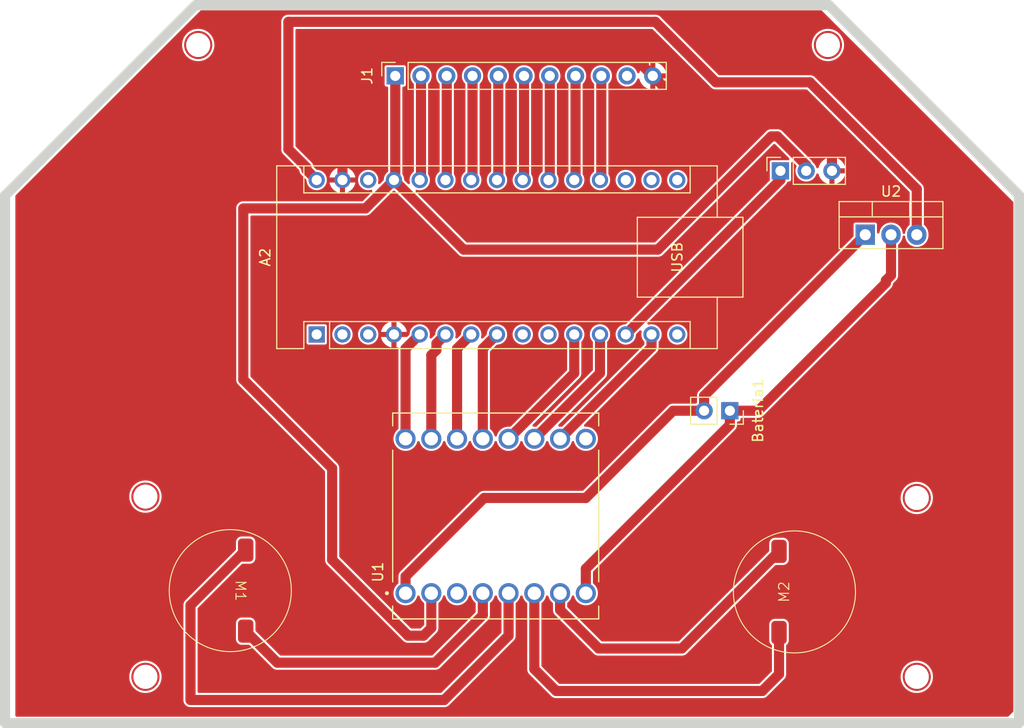
<source format=kicad_pcb>
(kicad_pcb (version 20240108) (generator "pcbnew") (generator_version "8.0")
  (layers (0 "F.Cu" signal) (31 "B.Cu" signal) (34 "B.Paste" user) (35 "F.Paste" user) (36 "B.SilkS" user "B.Silkscreen") (37 "F.SilkS" user "F.Silkscreen") (38 "B.Mask" user) (39 "F.Mask" user) (44 "Edge.Cuts" user))
  (net 0 "")
  (net 1 "Net-(M1--)")
  (net 2 "Net-(M1-+)")
  (net 3 "Net-(M2-+)")
  (net 4 "Net-(M2--)")
  (net 8 "Net-(A2-A1)")
  (net 9 "Net-(A2-A4)")
  (net 11 "Bateria Arduino")
  (net 12 "Net-(A2-A0)")
  (net 13 "Net-(A2-A7)")
  (net 14 "Net-(A2-A6)")
  (net 15 "Net-(A2-A3)")
  (net 16 "Net-(A2-D10)")
  (net 17 "Net-(A2-A5)")
  (net 22 "Net-(A2-D9)")
  (net 24 "Net-(A2-A2)")
  (net 27 "Net-(Bateria1--)")
  (net 28 "Alimentação sensores")
  (net 29 "Net-(Bateria1-+)")
  (net 30 "Net-(A2-D8)")
  (net 33 "Net-(A2-D3)")
  (net 34 "Net-(A2-D4)")
  (net 35 "Net-(A2-D5)")
  (net 36 "Net-(A2-D2)")
  (net 37 "Net-(A2-D11)")
  (net 38 "GND")
  (footprint "ROB_14450:MODULE_ROB-14450" (layer "F.Cu") (at 159.766 134.62 90)
    (property "Reference" "U1" (at -5.5332 -11.6132 270) (layer "F.SilkS"))
    (property "Value" "ROB-14450")
    (fp_line (start 8.89 -10.16) (end 10.16 -10.16) (stroke (width 0.127)) (layer "F.SilkS"))
    (fp_line (start -6.5 -10.16) (end 6.5 -10.16) (stroke (width 0.127)) (layer "F.SilkS"))
    (fp_line (start -8.89 -10.16) (end -10.16 -10.16) (stroke (width 0.127)) (layer "F.SilkS"))
    (fp_line (start -10.16 -10.16) (end -10.16 10.16) (stroke (width 0.127)) (layer "F.SilkS"))
    (fp_line (start 10.16 10.16) (end 10.16 -10.16) (stroke (width 0.127)) (layer "F.SilkS"))
    (fp_line (start 8.89 10.16) (end 10.16 10.16) (stroke (width 0.127)) (layer "F.SilkS"))
    (fp_line (start -6.5 10.16) (end 6.5 10.16) (stroke (width 0.127)) (layer "F.SilkS"))
    (fp_line (start -8.89 10.16) (end -10.16 10.16) (stroke (width 0.127)) (layer "F.SilkS"))
    (fp_circle (center -7.62 -10.7282) (end -7.52 -10.7282) (stroke (width 0.2)) (fill none) (layer "F.SilkS"))
    (pad "1" thru_hole circle (at -7.62 -8.89 90) (size 1.98 1.98) (drill 1.32) (layers "*.Cu" "*.Mask") (net 27 "Net-(Bateria1--)"))
    (pad "2" thru_hole circle (at -7.62 -6.35 90) (size 1.98 1.98) (drill 1.32) (layers "*.Cu" "*.Mask") (net 28 "Alimentação sensores"))
    (pad "3" thru_hole circle (at -7.62 -3.81 90) (size 1.98 1.98) (drill 1.32) (layers "*.Cu" "*.Mask"))
    (pad "4" thru_hole circle (at -7.62 -1.27 90) (size 1.98 1.98) (drill 1.32) (layers "*.Cu" "*.Mask") (net 2 "Net-(M1-+)"))
    (pad "5" thru_hole circle (at -7.62 1.27 90) (size 1.98 1.98) (drill 1.32) (layers "*.Cu" "*.Mask") (net 1 "Net-(M1--)"))
    (pad "6" thru_hole circle (at -7.62 3.81 90) (size 1.98 1.98) (drill 1.32) (layers "*.Cu" "*.Mask") (net 4 "Net-(M2--)"))
    (pad "7" thru_hole circle (at -7.62 6.35 90) (size 1.98 1.98) (drill 1.32) (layers "*.Cu" "*.Mask") (net 3 "Net-(M2-+)"))
    (pad "8" thru_hole circle (at -7.62 8.89 90) (size 1.98 1.98) (drill 1.32) (layers "*.Cu" "*.Mask") (net 29 "Net-(Bateria1-+)"))
    (pad "9" thru_hole circle (at 7.62 8.89 90) (size 1.98 1.98) (drill 1.32) (layers "*.Cu" "*.Mask"))
    (pad "10" thru_hole circle (at 7.62 6.35 90) (size 1.98 1.98) (drill 1.32) (layers "*.Cu" "*.Mask") (net 37 "Net-(A2-D11)"))
    (pad "11" thru_hole circle (at 7.62 3.81 90) (size 1.98 1.98) (drill 1.32) (layers "*.Cu" "*.Mask") (net 22 "Net-(A2-D9)"))
    (pad "12" thru_hole circle (at 7.62 1.27 90) (size 1.98 1.98) (drill 1.32) (layers "*.Cu" "*.Mask") (net 30 "Net-(A2-D8)"))
    (pad "13" thru_hole circle (at 7.62 -1.27 90) (size 1.98 1.98) (drill 1.32) (layers "*.Cu" "*.Mask") (net 35 "Net-(A2-D5)"))
    (pad "14" thru_hole circle (at 7.62 -3.81 90) (size 1.98 1.98) (drill 1.32) (layers "*.Cu" "*.Mask") (net 34 "Net-(A2-D4)"))
    (pad "15" thru_hole circle (at 7.62 -6.35 90) (size 1.98 1.98) (drill 1.32) (layers "*.Cu" "*.Mask") (net 33 "Net-(A2-D3)"))
    (pad "16" thru_hole circle (at 7.62 -8.89 90) (size 1.98 1.98) (drill 1.32) (layers "*.Cu" "*.Mask") (net 36 "Net-(A2-D2)"))
  )
  (footprint "Module:Arduino_Nano" (layer "F.Cu") (at 142.113 116.703 90)
    (property "Reference" "A2" (at 7.62 -5.08 270) (layer "F.SilkS"))
    (property "Value" "Arduino_Nano_v2.x")
    (fp_line (start 16.64 -3.94) (end -1.4 -3.94) (stroke (width 0.12)) (layer "F.SilkS"))
    (fp_line (start -1.4 -3.94) (end -1.4 -1.27) (stroke (width 0.12)) (layer "F.SilkS"))
    (fp_line (start 13.97 -1.27) (end 16.64 -1.27) (stroke (width 0.12)) (layer "F.SilkS"))
    (fp_line (start 13.97 -1.27) (end 13.97 36.83) (stroke (width 0.12)) (layer "F.SilkS"))
    (fp_line (start 1.27 -1.27) (end -1.4 -1.27) (stroke (width 0.12)) (layer "F.SilkS"))
    (fp_line (start 1.27 1.27) (end 1.27 -1.27) (stroke (width 0.12)) (layer "F.SilkS"))
    (fp_line (start 1.27 1.27) (end -1.4 1.27) (stroke (width 0.12)) (layer "F.SilkS"))
    (fp_line (start 1.27 1.27) (end 1.27 36.83) (stroke (width 0.12)) (layer "F.SilkS"))
    (fp_line (start -1.4 1.27) (end -1.4 39.5) (stroke (width 0.12)) (layer "F.SilkS"))
    (fp_line (start 11.56 31.62) (end 11.56 42.04) (stroke (width 0.12)) (layer "F.SilkS"))
    (fp_line (start 3.68 31.62) (end 11.56 31.62) (stroke (width 0.12)) (layer "F.SilkS"))
    (fp_line (start 13.97 36.83) (end 16.64 36.83) (stroke (width 0.12)) (layer "F.SilkS"))
    (fp_line (start 1.27 36.83) (end -1.4 36.83) (stroke (width 0.12)) (layer "F.SilkS"))
    (fp_line (start 16.64 39.5) (end 16.64 -3.94) (stroke (width 0.12)) (layer "F.SilkS"))
    (fp_line (start 16.64 39.5) (end 11.56 39.5) (stroke (width 0.12)) (layer "F.SilkS"))
    (fp_line (start -1.4 39.5) (end 3.68 39.5) (stroke (width 0.12)) (layer "F.SilkS"))
    (fp_line (start 11.56 42.04) (end 3.68 42.04) (stroke (width 0.12)) (layer "F.SilkS"))
    (fp_line (start 3.68 42.04) (end 3.68 31.62) (stroke (width 0.12)) (layer "F.SilkS"))
    (fp_text user "USB" (at 7.62 35.56 90) (layer "F.SilkS"))
    (pad "1" thru_hole rect (at 0 0 90) (size 1.6 1.6) (drill 1) (layers "*.Cu" "*.Mask"))
    (pad "2" thru_hole oval (at 0 2.54 90) (size 1.6 1.6) (drill 1) (layers "*.Cu" "*.Mask"))
    (pad "3" thru_hole oval (at 0 5.08 90) (size 1.6 1.6) (drill 1) (layers "*.Cu" "*.Mask"))
    (pad "4" thru_hole oval (at 0 7.62 90) (size 1.6 1.6) (drill 1) (layers "*.Cu" "*.Mask") (net 38 "GND"))
    (pad "5" thru_hole oval (at 0 10.16 90) (size 1.6 1.6) (drill 1) (layers "*.Cu" "*.Mask") (net 36 "Net-(A2-D2)"))
    (pad "6" thru_hole oval (at 0 12.7 90) (size 1.6 1.6) (drill 1) (layers "*.Cu" "*.Mask") (net 33 "Net-(A2-D3)"))
    (pad "7" thru_hole oval (at 0 15.24 90) (size 1.6 1.6) (drill 1) (layers "*.Cu" "*.Mask") (net 34 "Net-(A2-D4)"))
    (pad "8" thru_hole oval (at 0 17.78 90) (size 1.6 1.6) (drill 1) (layers "*.Cu" "*.Mask") (net 35 "Net-(A2-D5)"))
    (pad "9" thru_hole oval (at 0 20.32 90) (size 1.6 1.6) (drill 1) (layers "*.Cu" "*.Mask"))
    (pad "10" thru_hole oval (at 0 22.86 90) (size 1.6 1.6) (drill 1) (layers "*.Cu" "*.Mask"))
    (pad "11" thru_hole oval (at 0 25.4 90) (size 1.6 1.6) (drill 1) (layers "*.Cu" "*.Mask") (net 30 "Net-(A2-D8)"))
    (pad "12" thru_hole oval (at 0 27.94 90) (size 1.6 1.6) (drill 1) (layers "*.Cu" "*.Mask") (net 22 "Net-(A2-D9)"))
    (pad "13" thru_hole oval (at 0 30.48 90) (size 1.6 1.6) (drill 1) (layers "*.Cu" "*.Mask") (net 16 "Net-(A2-D10)"))
    (pad "14" thru_hole oval (at 0 33.02 90) (size 1.6 1.6) (drill 1) (layers "*.Cu" "*.Mask") (net 37 "Net-(A2-D11)"))
    (pad "15" thru_hole oval (at 0 35.56 90) (size 1.6 1.6) (drill 1) (layers "*.Cu" "*.Mask"))
    (pad "16" thru_hole oval (at 15.24 35.56 90) (size 1.6 1.6) (drill 1) (layers "*.Cu" "*.Mask"))
    (pad "17" thru_hole oval (at 15.24 33.02 90) (size 1.6 1.6) (drill 1) (layers "*.Cu" "*.Mask"))
    (pad "18" thru_hole oval (at 15.24 30.48 90) (size 1.6 1.6) (drill 1) (layers "*.Cu" "*.Mask"))
    (pad "19" thru_hole oval (at 15.24 27.94 90) (size 1.6 1.6) (drill 1) (layers "*.Cu" "*.Mask") (net 12 "Net-(A2-A0)"))
    (pad "20" thru_hole oval (at 15.24 25.4 90) (size 1.6 1.6) (drill 1) (layers "*.Cu" "*.Mask") (net 8 "Net-(A2-A1)"))
    (pad "21" thru_hole oval (at 15.24 22.86 90) (size 1.6 1.6) (drill 1) (layers "*.Cu" "*.Mask") (net 24 "Net-(A2-A2)"))
    (pad "22" thru_hole oval (at 15.24 20.32 90) (size 1.6 1.6) (drill 1) (layers "*.Cu" "*.Mask") (net 15 "Net-(A2-A3)"))
    (pad "23" thru_hole oval (at 15.24 17.78 90) (size 1.6 1.6) (drill 1) (layers "*.Cu" "*.Mask") (net 9 "Net-(A2-A4)"))
    (pad "24" thru_hole oval (at 15.24 15.24 90) (size 1.6 1.6) (drill 1) (layers "*.Cu" "*.Mask") (net 17 "Net-(A2-A5)"))
    (pad "25" thru_hole oval (at 15.24 12.7 90) (size 1.6 1.6) (drill 1) (layers "*.Cu" "*.Mask") (net 14 "Net-(A2-A6)"))
    (pad "26" thru_hole oval (at 15.24 10.16 90) (size 1.6 1.6) (drill 1) (layers "*.Cu" "*.Mask") (net 13 "Net-(A2-A7)"))
    (pad "27" thru_hole oval (at 15.24 7.62 90) (size 1.6 1.6) (drill 1) (layers "*.Cu" "*.Mask") (net 28 "Alimentação sensores"))
    (pad "28" thru_hole oval (at 15.24 5.08 90) (size 1.6 1.6) (drill 1) (layers "*.Cu" "*.Mask"))
    (pad "29" thru_hole oval (at 15.24 2.54 90) (size 1.6 1.6) (drill 1) (layers "*.Cu" "*.Mask") (net 38 "GND"))
    (pad "30" thru_hole oval (at 15.24 0 90) (size 1.6 1.6) (drill 1) (layers "*.Cu" "*.Mask") (net 11 "Bateria Arduino"))
  )
  (footprint "MotorDC:MotorDC" (layer "F.Cu") (at 188.709203 142.113 90)
    (property "Reference" "M2" (at 0 -0.5 90) (layer "F.SilkS") (effects (font (thickness 0.1))))
    (property "Value" "Motor_DC")
    (fp_circle (center 0 0.520797) (end 4.5 4.520797) (stroke (width 0.1)) (fill none) (layer "F.SilkS"))
    (pad "1" smd roundrect (at 4 -1 90) (size 2.286 1.524) (layers "F.Cu" "F.Paste" "F.Mask") (net 3 "Net-(M2-+)"))
    (pad "2" smd roundrect (at -4 -1 90) (size 2.286 1.524) (layers "F.Cu" "F.Paste" "F.Mask") (net 4 "Net-(M2--)"))
  )
  (footprint "MotorDC:MotorDC" (layer "F.Cu") (at 134.112 141.986 -90)
    (property "Reference" "M1" (at 0 -0.5 -90) (layer "F.SilkS") (effects (font (thickness 0.1))))
    (property "Value" "Motor_DC")
    (fp_circle (center 0 0.520797) (end 4.5 4.520797) (stroke (width 0.1)) (fill none) (layer "F.SilkS"))
    (pad "1" smd roundrect (at 4 -1 270) (size 2.286 1.524) (layers "F.Cu" "F.Paste" "F.Mask") (net 2 "Net-(M1-+)"))
    (pad "2" smd roundrect (at -4 -1 270) (size 2.286 1.524) (layers "F.Cu" "F.Paste" "F.Mask") (net 1 "Net-(M1--)"))
  )
  (footprint "Connector_PinSocket_2.54mm:PinSocket_1x02_P2.54mm_Vertical" (layer "F.Cu") (at 182.86 124.231 -90)
    (property "Reference" "Bateria1" (at 0 -2.77 90) (layer "F.SilkS"))
    (property "Value" "Entrada bateria")
    (fp_line (start -1.33 3.87) (end 1.33 3.87) (stroke (width 0.12)) (layer "F.SilkS"))
    (fp_line (start -1.33 1.27) (end -1.33 3.87) (stroke (width 0.12)) (layer "F.SilkS"))
    (fp_line (start -1.33 1.27) (end 1.33 1.27) (stroke (width 0.12)) (layer "F.SilkS"))
    (fp_line (start 1.33 1.27) (end 1.33 3.87) (stroke (width 0.12)) (layer "F.SilkS"))
    (fp_line (start 0 -1.33) (end 1.33 -1.33) (stroke (width 0.12)) (layer "F.SilkS"))
    (fp_line (start 1.33 -1.33) (end 1.33 0) (stroke (width 0.12)) (layer "F.SilkS"))
    (pad "1" thru_hole rect (at 0 0 270) (size 1.7 1.7) (drill 1) (layers "*.Cu" "*.Mask") (net 29 "Net-(Bateria1-+)"))
    (pad "2" thru_hole oval (at 0 2.54 270) (size 1.7 1.7) (drill 1) (layers "*.Cu" "*.Mask") (net 27 "Net-(Bateria1--)"))
  )
  (footprint "Connector_PinSocket_2.54mm:PinSocket_1x11_P2.54mm_Vertical" (layer "F.Cu") (at 149.86 91.186 90)
    (property "Reference" "J1" (at 0 -2.77 270) (layer "F.SilkS"))
    (property "Value" "Conn_01x11_Pin")
    (fp_line (start 1.33 -1.33) (end 1.33 0) (stroke (width 0.12)) (layer "F.SilkS"))
    (fp_line (start 0 -1.33) (end 1.33 -1.33) (stroke (width 0.12)) (layer "F.SilkS"))
    (fp_line (start 1.33 1.27) (end 1.33 26.73) (stroke (width 0.12)) (layer "F.SilkS"))
    (fp_line (start -1.33 1.27) (end 1.33 1.27) (stroke (width 0.12)) (layer "F.SilkS"))
    (fp_line (start -1.33 1.27) (end -1.33 26.73) (stroke (width 0.12)) (layer "F.SilkS"))
    (fp_line (start -1.33 26.73) (end 1.33 26.73) (stroke (width 0.12)) (layer "F.SilkS"))
    (pad "1" thru_hole rect (at 0 0 90) (size 1.7 1.7) (drill 1) (layers "*.Cu" "*.Mask") (net 28 "Alimentação sensores"))
    (pad "2" thru_hole oval (at 0 2.54 90) (size 1.7 1.7) (drill 1) (layers "*.Cu" "*.Mask") (net 13 "Net-(A2-A7)"))
    (pad "3" thru_hole oval (at 0 5.08 90) (size 1.7 1.7) (drill 1) (layers "*.Cu" "*.Mask") (net 14 "Net-(A2-A6)"))
    (pad "4" thru_hole oval (at 0 7.62 90) (size 1.7 1.7) (drill 1) (layers "*.Cu" "*.Mask") (net 17 "Net-(A2-A5)"))
    (pad "5" thru_hole oval (at 0 10.16 90) (size 1.7 1.7) (drill 1) (layers "*.Cu" "*.Mask") (net 9 "Net-(A2-A4)"))
    (pad "6" thru_hole oval (at 0 12.7 90) (size 1.7 1.7) (drill 1) (layers "*.Cu" "*.Mask") (net 15 "Net-(A2-A3)"))
    (pad "7" thru_hole oval (at 0 15.24 90) (size 1.7 1.7) (drill 1) (layers "*.Cu" "*.Mask") (net 24 "Net-(A2-A2)"))
    (pad "8" thru_hole oval (at 0 17.78 90) (size 1.7 1.7) (drill 1) (layers "*.Cu" "*.Mask") (net 8 "Net-(A2-A1)"))
    (pad "9" thru_hole oval (at 0 20.32 90) (size 1.7 1.7) (drill 1) (layers "*.Cu" "*.Mask") (net 12 "Net-(A2-A0)"))
    (pad "10" thru_hole oval (at 0 22.86 90) (size 1.7 1.7) (drill 1) (layers "*.Cu" "*.Mask"))
    (pad "11" thru_hole oval (at 0 25.4 90) (size 1.7 1.7) (drill 1) (layers "*.Cu" "*.Mask") (net 38 "GND"))
  )
  (footprint "Connector_PinSocket_2.54mm:PinSocket_1x03_P2.54mm_Vertical" (layer "F.Cu") (at 187.848 100.559 90)
    (property "Reference" "ModuloIR1" (hide yes))
    (property "Value" "Modulo IR")
    (fp_line (start 1.33 -1.33) (end 1.33 0) (stroke (width 0.12)) (layer "F.SilkS"))
    (fp_line (start 0 -1.33) (end 1.33 -1.33) (stroke (width 0.12)) (layer "F.SilkS"))
    (fp_line (start 1.33 1.27) (end 1.33 6.41) (stroke (width 0.12)) (layer "F.SilkS"))
    (fp_line (start -1.33 1.27) (end 1.33 1.27) (stroke (width 0.12)) (layer "F.SilkS"))
    (fp_line (start -1.33 1.27) (end -1.33 6.41) (stroke (width 0.12)) (layer "F.SilkS"))
    (fp_line (start -1.33 6.41) (end 1.33 6.41) (stroke (width 0.12)) (layer "F.SilkS"))
    (pad "1" thru_hole rect (at 0 0 90) (size 1.7 1.7) (drill 1) (layers "*.Cu" "*.Mask") (net 16 "Net-(A2-D10)"))
    (pad "2" thru_hole oval (at 0 2.54 90) (size 1.7 1.7) (drill 1) (layers "*.Cu" "*.Mask") (net 28 "Alimentação sensores"))
    (pad "3" thru_hole oval (at 0 5.08 90) (size 1.7 1.7) (drill 1) (layers "*.Cu" "*.Mask") (net 38 "GND"))
  )
  (footprint "Package_TO_SOT_THT:TO-220-3_Vertical" (layer "F.Cu") (at 196.215 106.863)
    (property "Reference" "U2" (at 2.54 -4.27 0) (layer "F.SilkS"))
    (property "Value" "LM7805_TO220")
    (fp_line (start -2.58 -3.27) (end -2.58 1.371) (stroke (width 0.12)) (layer "F.SilkS"))
    (fp_line (start -2.58 -3.27) (end 7.66 -3.27) (stroke (width 0.12)) (layer "F.SilkS"))
    (fp_line (start -2.58 -1.76) (end 7.66 -1.76) (stroke (width 0.12)) (layer "F.SilkS"))
    (fp_line (start -2.58 1.371) (end 7.66 1.371) (stroke (width 0.12)) (layer "F.SilkS"))
    (fp_line (start 0.69 -3.27) (end 0.69 -1.76) (stroke (width 0.12)) (layer "F.SilkS"))
    (fp_line (start 4.391 -3.27) (end 4.391 -1.76) (stroke (width 0.12)) (layer "F.SilkS"))
    (fp_line (start 7.66 -3.27) (end 7.66 1.371) (stroke (width 0.12)) (layer "F.SilkS"))
    (pad "1" thru_hole rect (at 0 0) (size 1.905 2) (drill 1.1) (layers "*.Cu" "*.Mask") (net 27 "Net-(Bateria1--)"))
    (pad "2" thru_hole oval (at 2.54 0) (size 1.905 2) (drill 1.1) (layers "*.Cu" "*.Mask") (net 29 "Net-(Bateria1-+)"))
    (pad "3" thru_hole oval (at 5.08 0) (size 1.905 2) (drill 1.1) (layers "*.Cu" "*.Mask") (net 11 "Bateria Arduino"))
  )
  (gr_circle (center 201.295 132.842) (end 202.585 132.842) (stroke (width 0.2)) (fill none) (layer "F.Cu"))
  (gr_circle (center 130.429 88.138) (end 131.719 88.138) (stroke (width 0.2)) (fill none) (layer "F.Cu") (net 11))
  (gr_circle (center 201.295 150.495) (end 202.585 150.495) (stroke (width 0.2)) (fill none) (layer "F.Cu"))
  (gr_circle (center 125.222 132.707281) (end 126.512 132.707281) (stroke (width 0.2)) (fill none) (layer "F.Cu"))
  (gr_circle (center 125.222 150.495) (end 126.512 150.495) (stroke (width 0.2)) (fill none) (layer "F.Cu"))
  (gr_circle (center 192.532 88.138) (end 193.822 88.138) (stroke (width 0.2)) (fill none) (layer "F.Cu") (net 11))
  (gr_line (start 211.379 155.067) (end 211.379 102.955) (stroke (width 1)) (layer "Edge.Cuts"))
  (gr_line (start 192.659 84.201) (end 130.177566 84.201) (stroke (width 1)) (layer "Edge.Cuts"))
  (gr_line (start 130.177566 84.201) (end 111.415565 102.963001) (stroke (width 1)) (layer "Edge.Cuts"))
  (gr_line (start 211.379 102.955) (end 192.620846 84.196846) (stroke (width 1)) (layer "Edge.Cuts"))
  (gr_line (start 111.379 155.067) (end 211.379 155.067) (stroke (width 1)) (layer "Edge.Cuts"))
  (gr_line (start 111.379 102.955) (end 111.379 155.067) (stroke (width 1)) (layer "Edge.Cuts"))
  (segment (start 129.667 143.431) (end 135.112 137.986) (width 1) (layer "F.Cu") (net 1))
  (segment (start 161.036 146.431) (end 154.686 152.781) (width 1) (layer "F.Cu") (net 1))
  (segment (start 154.686 152.781) (end 129.667 152.781) (width 1) (layer "F.Cu") (net 1))
  (segment (start 129.667 152.781) (end 129.667 143.431) (width 1) (layer "F.Cu") (net 1))
  (segment (start 161.036 142.24) (end 161.036 146.431) (width 1) (layer "F.Cu") (net 1))
  (segment (start 158.496 142.24) (end 158.496 144.399) (width 1) (layer "F.Cu") (net 2))
  (segment (start 138.224 149.098) (end 135.112 145.986) (width 1) (layer "F.Cu") (net 2))
  (segment (start 158.496 144.399) (end 153.797 149.098) (width 1) (layer "F.Cu") (net 2))
  (segment (start 153.797 149.098) (end 138.224 149.098) (width 1) (layer "F.Cu") (net 2))
  (segment (start 169.926 147.701) (end 178.121203 147.701) (width 1) (layer "F.Cu") (net 3))
  (segment (start 166.116 142.24) (end 166.116 143.891) (width 1) (layer "F.Cu") (net 3))
  (segment (start 178.121203 147.701) (end 187.709203 138.113) (width 1) (layer "F.Cu") (net 3))
  (segment (start 166.116 143.891) (end 169.926 147.701) (width 1) (layer "F.Cu") (net 3))
  (segment (start 186.055 151.892) (end 187.709203 150.237797) (width 1) (layer "F.Cu") (net 4))
  (segment (start 165.735 151.892) (end 186.055 151.892) (width 1) (layer "F.Cu") (net 4))
  (segment (start 163.576 149.733) (end 165.735 151.892) (width 1) (layer "F.Cu") (net 4))
  (segment (start 163.576 142.24) (end 163.576 149.733) (width 1) (layer "F.Cu") (net 4))
  (segment (start 187.709203 150.237797) (end 187.709203 146.113) (width 1) (layer "F.Cu") (net 4))
  (segment (start 167.64 101.336) (end 167.513 101.463) (width 1) (layer "F.Cu") (net 8))
  (segment (start 167.64 91.186) (end 167.64 101.336) (width 1) (layer "F.Cu") (net 8))
  (segment (start 160.02 91.186) (end 160.02 101.336) (width 1) (layer "F.Cu") (net 9))
  (segment (start 160.02 101.336) (end 159.893 101.463) (width 1) (layer "F.Cu") (net 9))
  (segment (start 139.319 98.425) (end 139.319 85.852) (width 1) (layer "F.Cu") (net 11))
  (segment (start 181.483 91.821) (end 190.754 91.821) (width 1) (layer "F.Cu") (net 11))
  (segment (start 141.097 100.203) (end 139.319 98.425) (width 1) (layer "F.Cu") (net 11))
  (segment (start 141.097 100.447) (end 141.097 100.203) (width 1) (layer "F.Cu") (net 11))
  (segment (start 201.295 102.362) (end 201.295 106.863) (width 1) (layer "F.Cu") (net 11))
  (segment (start 139.319 85.852) (end 175.514 85.852) (width 1) (layer "F.Cu") (net 11))
  (segment (start 175.514 85.852) (end 181.483 91.821) (width 1) (layer "F.Cu") (net 11))
  (segment (start 142.113 101.463) (end 141.097 100.447) (width 1) (layer "F.Cu") (net 11))
  (segment (start 190.754 91.821) (end 201.295 102.362) (width 1) (layer "F.Cu") (net 11))
  (segment (start 170.18 91.186) (end 170.18 101.336) (width 1) (layer "F.Cu") (net 12))
  (segment (start 170.18 101.336) (end 170.053 101.463) (width 1) (layer "F.Cu") (net 12))
  (segment (start 152.4 91.186) (end 152.4 101.336) (width 1) (layer "F.Cu") (net 13))
  (segment (start 152.4 101.336) (end 152.273 101.463) (width 1) (layer "F.Cu") (net 13))
  (segment (start 154.94 91.186) (end 154.94 101.336) (width 1) (layer "F.Cu") (net 14))
  (segment (start 154.94 101.336) (end 154.813 101.463) (width 1) (layer "F.Cu") (net 14))
  (segment (start 162.56 101.336) (end 162.433 101.463) (width 1) (layer "F.Cu") (net 15))
  (segment (start 162.56 91.186) (end 162.56 101.336) (width 1) (layer "F.Cu") (net 15))
  (segment (start 187.848 101.448) (end 172.593 116.703) (width 1) (layer "F.Cu") (net 16))
  (segment (start 187.848 100.559) (end 187.848 101.448) (width 1) (layer "F.Cu") (net 16))
  (segment (start 157.48 101.336) (end 157.353 101.463) (width 1) (layer "F.Cu") (net 17))
  (segment (start 157.48 91.186) (end 157.48 101.336) (width 1) (layer "F.Cu") (net 17))
  (segment (start 163.576 127) (end 170.053 120.523) (width 1) (layer "F.Cu") (net 22))
  (segment (start 170.053 120.523) (end 170.053 116.703) (width 1) (layer "F.Cu") (net 22))
  (segment (start 165.1 101.336) (end 164.973 101.463) (width 1) (layer "F.Cu") (net 24))
  (segment (start 165.1 91.186) (end 165.1 101.336) (width 1) (layer "F.Cu") (net 24))
  (segment (start 150.876 140.589) (end 158.623 132.842) (width 1) (layer "F.Cu") (net 27))
  (segment (start 180.32 122.758) (end 196.215 106.863) (width 1) (layer "F.Cu") (net 27))
  (segment (start 168.656 132.842) (end 177.267 124.231) (width 1) (layer "F.Cu") (net 27))
  (segment (start 150.876 142.24) (end 150.876 140.589) (width 1) (layer "F.Cu") (net 27))
  (segment (start 177.267 124.231) (end 180.32 124.231) (width 1) (layer "F.Cu") (net 27))
  (segment (start 158.623 132.842) (end 168.656 132.842) (width 1) (layer "F.Cu") (net 27))
  (segment (start 180.32 124.231) (end 180.32 122.758) (width 1) (layer "F.Cu") (net 27))
  (segment (start 152.654 146.431) (end 153.416 145.669) (width 1) (layer "F.Cu") (net 28))
  (segment (start 190.388 100.559) (end 190.388 99.999) (width 1) (layer "F.Cu") (net 28))
  (segment (start 153.416 145.669) (end 153.416 142.24) (width 1) (layer "F.Cu") (net 28))
  (segment (start 134.874 121.158) (end 143.637 129.921) (width 1) (layer "F.Cu") (net 28))
  (segment (start 149.86 101.336) (end 149.733 101.463) (width 1) (layer "F.Cu") (net 28))
  (segment (start 134.874 104.267) (end 134.874 121.158) (width 1) (layer "F.Cu") (net 28))
  (segment (start 186.944 97.155) (end 175.768 108.331) (width 1) (layer "F.Cu") (net 28))
  (segment (start 149.86 91.186) (end 149.86 101.336) (width 1) (layer "F.Cu") (net 28))
  (segment (start 190.388 99.999) (end 187.544 97.155) (width 1) (layer "F.Cu") (net 28))
  (segment (start 151.13 146.431) (end 152.654 146.431) (width 1) (layer "F.Cu") (net 28))
  (segment (start 143.637 138.938) (end 151.13 146.431) (width 1) (layer "F.Cu") (net 28))
  (segment (start 175.768 108.331) (end 156.601 108.331) (width 1) (layer "F.Cu") (net 28))
  (segment (start 143.637 129.921) (end 143.637 138.938) (width 1) (layer "F.Cu") (net 28))
  (segment (start 156.601 108.331) (end 149.733 101.463) (width 1) (layer "F.Cu") (net 28))
  (segment (start 146.929 104.267) (end 134.874 104.267) (width 1) (layer "F.Cu") (net 28))
  (segment (start 187.544 97.155) (end 186.944 97.155) (width 1) (layer "F.Cu") (net 28))
  (segment (start 149.733 101.463) (end 146.929 104.267) (width 1) (layer "F.Cu") (net 28))
  (segment (start 168.656 139.827) (end 168.656 142.24) (width 1) (layer "F.Cu") (net 29))
  (segment (start 198.755 110.871) (end 198.755 106.863) (width 1) (layer "F.Cu") (net 29))
  (segment (start 182.86 124.231) (end 185.649 124.231) (width 1) (layer "F.Cu") (net 29))
  (segment (start 198.247 111.379) (end 198.755 110.871) (width 1) (layer "F.Cu") (net 29))
  (segment (start 198.247 111.633) (end 198.247 111.379) (width 1) (layer "F.Cu") (net 29))
  (segment (start 182.86 125.623) (end 168.656 139.827) (width 1) (layer "F.Cu") (net 29))
  (segment (start 182.86 124.231) (end 182.86 125.623) (width 1) (layer "F.Cu") (net 29))
  (segment (start 185.649 124.231) (end 198.247 111.633) (width 1) (layer "F.Cu") (net 29))
  (segment (start 167.513 120.523) (end 167.513 116.703) (width 1) (layer "F.Cu") (net 30))
  (segment (start 161.036 127) (end 167.513 120.523) (width 1) (layer "F.Cu") (net 30))
  (segment (start 153.416 118.745) (end 153.924 118.237) (width 1) (layer "F.Cu") (net 33))
  (segment (start 153.416 127) (end 153.416 118.745) (width 1) (layer "F.Cu") (net 33))
  (segment (start 153.924 118.237) (end 153.924 117.592) (width 1) (layer "F.Cu") (net 33))
  (segment (start 153.924 117.592) (end 154.813 116.703) (width 1) (layer "F.Cu") (net 33))
  (segment (start 155.956 118.1) (end 157.353 116.703) (width 1) (layer "F.Cu") (net 34))
  (segment (start 155.956 127) (end 155.956 118.1) (width 1) (layer "F.Cu") (net 34))
  (segment (start 158.496 127) (end 158.496 118.1) (width 1) (layer "F.Cu") (net 35))
  (segment (start 158.496 118.1) (end 159.893 116.703) (width 1) (layer "F.Cu") (net 35))
  (segment (start 150.876 118.1) (end 152.273 116.703) (width 1) (layer "F.Cu") (net 36))
  (segment (start 150.876 127) (end 150.876 118.1) (width 1) (layer "F.Cu") (net 36))
  (segment (start 166.116 127) (end 175.133 117.983) (width 1) (layer "F.Cu") (net 37))
  (segment (start 175.133 117.983) (end 175.133 116.703) (width 1) (layer "F.Cu") (net 37))
  (segment (start 175.26 91.186) (end 174.371 90.297) (width 1) (layer "F.Cu") (net 38))
  (segment (start 192.928 97.17) (end 190.627 94.869) (width 1) (layer "F.Cu") (net 38))
  (segment (start 174.371 90.297) (end 174.371 88.011) (width 1) (layer "F.Cu") (net 38))
  (segment (start 145.796 88.011) (end 144.653 89.154) (width 1) (layer "F.Cu") (net 38))
  (segment (start 144.653 89.154) (end 144.653 101.463) (width 1) (layer "F.Cu") (net 38))
  (segment (start 178.943 94.869) (end 175.26 91.186) (width 1) (layer "F.Cu") (net 38))
  (segment (start 174.371 88.011) (end 145.796 88.011) (width 1) (layer "F.Cu") (net 38))
  (segment (start 192.928 100.559) (end 192.928 97.17) (width 1) (layer "F.Cu") (net 38))
  (segment (start 190.627 94.869) (end 178.943 94.869) (width 1) (layer "F.Cu") (net 38))
  (zone (net 38) (net_name "GND") (layer "F.Cu") (connect_pads (clearance 0)) (min_thickness 0.25) (fill yes (thermal_gap 0.5) (thermal_bridge_width 0.5))
    (polygon (pts (xy 112.395 154.432) (xy 210.312 154.432) (xy 210.82 153.924) (xy 210.82 103.632) (xy 191.897 84.709) (xy 130.683 84.709) (xy 112.395 102.997)))
  )
)
</source>
